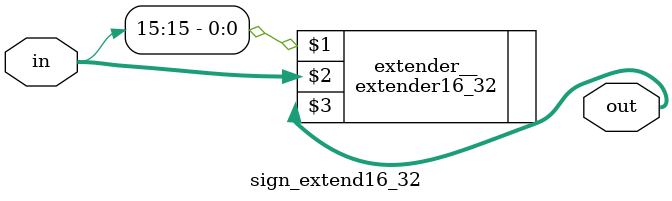
<source format=v>
module sign_extend16_32(in ,out);

input [15:0] in;
output [31:0] out;

extender16_32 extender__ (in[15], in, out);

endmodule

</source>
